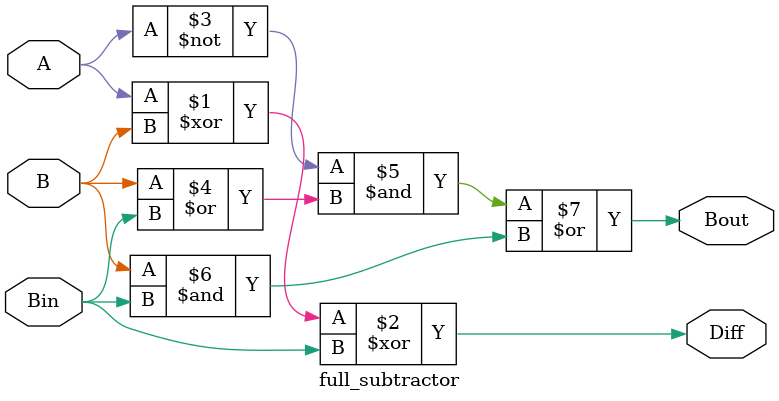
<source format=v>
module full_subtractor (
    input  A,         // Minuend
    input  B,         // Subtrahend
    input  Bin,       // Borrow in
    output Diff,      // Difference
    output Bout       // Borrow out
);
    assign Diff = A ^ B ^ Bin;
    assign Bout = (~A & (B | Bin)) | (B & Bin);
endmodule

</source>
